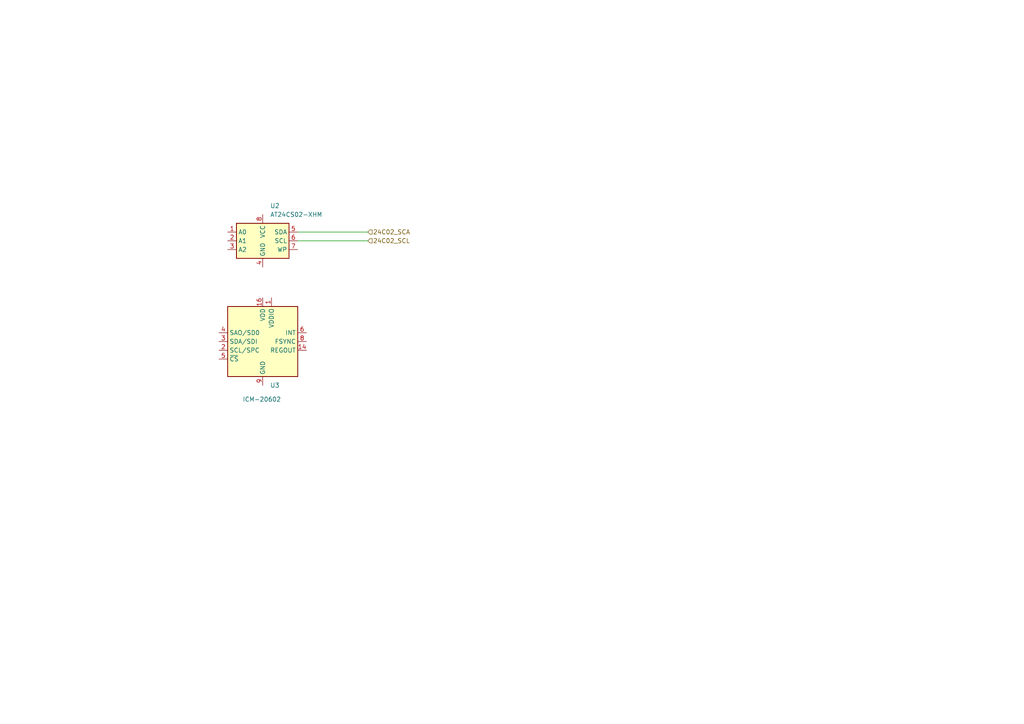
<source format=kicad_sch>
(kicad_sch (version 20250114) (generator "eeschema") (generator_version "9.0")
  (paper "A4")
  (lib_symbols
    (symbol "Memory_EEPROM:AT24CS02-XHM"
      (property "Reference" "U" (at -7.62 6.35 0))
      (property "Value" "AT24CS02-XHM" (at 2.54 -6.35 0))
      (symbol "AT24CS02-XHM_1_1"
        (rectangle (start -7.62 5.08) (end 7.62 -5.08) (stroke (width 0.254)) (fill (type background)))
        (pin input line (at -10.16 2.54 0) (length 2.54) (name "A0") (number "1"))
        (pin input line (at -10.16 0 0) (length 2.54) (name "A1") (number "2"))
        (pin input line (at -10.16 -2.54 0) (length 2.54) (name "A2") (number "3"))
        (pin power_in line (at 0 7.62 270) (length 2.54) (name "VCC") (number "8"))
        (pin power_in line (at 0 -7.62 90) (length 2.54) (name "GND") (number "4"))
        (pin bidirectional line (at 10.16 2.54 180) (length 2.54) (name "SDA") (number "5"))
        (pin input line (at 10.16 0 180) (length 2.54) (name "SCL") (number "6"))
        (pin input line (at 10.16 -2.54 180) (length 2.54) (name "WP") (number "7"))
      )
    )
    (symbol "Sensor_Motion:ICM-20602"
      (property "Reference" "U" (at -10.16 11.43 0))
      (property "Value" "ICM-20602" (at 10.16 11.43 0))
      (symbol "ICM-20602_0_1"
        (rectangle (start -10.16 10.16) (end 10.16 -10.16) (stroke (width 0.254)) (fill (type background)))
      )
      (symbol "ICM-20602_1_1"
        (pin bidirectional line (at -12.7 2.54 0) (length 2.54) (name "SAO/SD0") (number "4"))
        (pin bidirectional line (at -12.7 0 0) (length 2.54) (name "SDA/SDI") (number "3"))
        (pin input line (at -12.7 -2.54 0) (length 2.54) (name "SCL/SPC") (number "2"))
        (pin input line (at -12.7 -5.08 0) (length 2.54) (name "~{CS}") (number "5"))
        (pin no_connect line (at -10.16 5.08 0) (length 2.54) (hide yes) (name "RESV") (number "7"))
        (pin power_in line (at 0 12.7 270) (length 2.54) (name "VDD") (number "16"))
        (pin passive line (at 0 -12.7 90) (length 2.54) (hide yes) (name "GND") (number "10"))
        (pin passive line (at 0 -12.7 90) (length 2.54) (hide yes) (name "GND") (number "11"))
        (pin passive line (at 0 -12.7 90) (length 2.54) (hide yes) (name "GND") (number "12"))
        (pin passive line (at 0 -12.7 90) (length 2.54) (hide yes) (name "GND") (number "13"))
        (pin passive line (at 0 -12.7 90) (length 2.54) (hide yes) (name "GND") (number "15"))
        (pin power_in line (at 0 -12.7 90) (length 2.54) (name "GND") (number "9"))
        (pin power_in line (at 2.54 12.7 270) (length 2.54) (name "VDDIO") (number "1"))
        (pin output line (at 12.7 2.54 180) (length 2.54) (name "INT") (number "6"))
        (pin input line (at 12.7 0 180) (length 2.54) (name "FSYNC") (number "8"))
        (pin passive line (at 12.7 -2.54 180) (length 2.54) (name "REGOUT") (number "14"))
      )
    )
  )
  (wire (pts (xy 86.36 69.85) (xy 106.68 69.85)))
  (wire (pts (xy 86.36 67.31) (xy 106.68 67.31)))
  (hierarchical_label "24C02_SCL" (shape input) (at 106.68 69.85 0))
  (hierarchical_label "24C02_SCA" (shape input) (at 106.68 67.31 0))
  (symbol (lib_id "Memory_EEPROM:AT24CS02-XHM") (at 76.2 69.85 0) (unit 1)
    (property "Reference" "U2" (at 78.3433 59.69 0) (effects (justify left)))
    (property "Value" "AT24CS02-XHM" (at 78.3433 62.23 0) (effects (justify left)))
    (property "Footprint" "Package_SO:TSSOP-8_4.4x3mm_P0.65mm" (effects (hide yes)))
    (property "Datasheet" "http://ww1.microchip.com/downloads/en/DeviceDoc/Atmel-8815-SEEPROM-AT24CS01-02-Datasheet.pdf" (effects (hide yes)))
    (property "Description" "I2C Serial EEPROM, 2Kb (256x8) with Unique Serial Number, TSSOP8" (effects (hide yes)))
  )
  (symbol (lib_id "Sensor_Motion:ICM-20602") (at 76.2 99.06 0) (unit 1)
    (property "Reference" "U3" (at 78.3433 111.76 0) (effects (justify left)))
    (property "Value" "ICM-20602" (at 70.358 115.824 0) (effects (justify left)))
    (property "Footprint" "Package_LGA:LGA-16_3x3mm_P0.5mm_LayoutBorder3x5y" (effects (hide yes)))
    (property "Datasheet" "http://www.invensense.com/wp-content/uploads/2016/10/DS-000176-ICM-20602-v1.0.pdf" (effects (hide yes)))
    (property "Description" "High performance 6-Axis MEMS motion tracking, SPI/I2C interface, LGA-16" (effects (hide yes)))
  )
)
</source>
